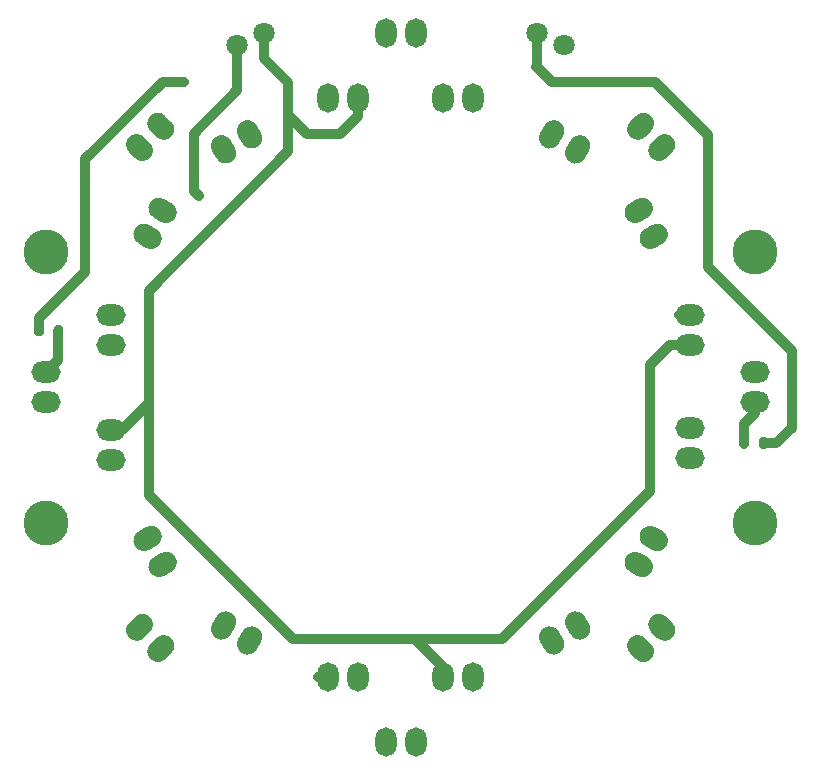
<source format=gbl>
G04 #@! TF.GenerationSoftware,KiCad,Pcbnew,(5.1.9)-1*
G04 #@! TF.CreationDate,2021-10-29T13:55:55-03:00*
G04 #@! TF.ProjectId,RG_Led_ring,52475f4c-6564-45f7-9269-6e672e6b6963,rev?*
G04 #@! TF.SameCoordinates,Original*
G04 #@! TF.FileFunction,Copper,L2,Bot*
G04 #@! TF.FilePolarity,Positive*
%FSLAX46Y46*%
G04 Gerber Fmt 4.6, Leading zero omitted, Abs format (unit mm)*
G04 Created by KiCad (PCBNEW (5.1.9)-1) date 2021-10-29 13:55:55*
%MOMM*%
%LPD*%
G01*
G04 APERTURE LIST*
G04 #@! TA.AperFunction,ComponentPad*
%ADD10O,2.500000X1.800000*%
G04 #@! TD*
G04 #@! TA.AperFunction,ComponentPad*
%ADD11C,1.800000*%
G04 #@! TD*
G04 #@! TA.AperFunction,ComponentPad*
%ADD12O,1.800000X2.500000*%
G04 #@! TD*
G04 #@! TA.AperFunction,ViaPad*
%ADD13C,3.800000*%
G04 #@! TD*
G04 #@! TA.AperFunction,ViaPad*
%ADD14C,0.800000*%
G04 #@! TD*
G04 #@! TA.AperFunction,Conductor*
%ADD15C,0.812800*%
G04 #@! TD*
G04 APERTURE END LIST*
D10*
X125480000Y-93850000D03*
X125480000Y-96390000D03*
G04 #@! TA.AperFunction,SMDPad,CuDef*
G36*
G01*
X180325000Y-104975000D02*
X180325000Y-104425000D01*
G75*
G02*
X180525000Y-104225000I200000J0D01*
G01*
X180925000Y-104225000D01*
G75*
G02*
X181125000Y-104425000I0J-200000D01*
G01*
X181125000Y-104975000D01*
G75*
G02*
X180925000Y-105175000I-200000J0D01*
G01*
X180525000Y-105175000D01*
G75*
G02*
X180325000Y-104975000I0J200000D01*
G01*
G37*
G04 #@! TD.AperFunction*
G04 #@! TA.AperFunction,SMDPad,CuDef*
G36*
G01*
X178675000Y-104975000D02*
X178675000Y-104425000D01*
G75*
G02*
X178875000Y-104225000I200000J0D01*
G01*
X179275000Y-104225000D01*
G75*
G02*
X179475000Y-104425000I0J-200000D01*
G01*
X179475000Y-104975000D01*
G75*
G02*
X179275000Y-105175000I-200000J0D01*
G01*
X178875000Y-105175000D01*
G75*
G02*
X178675000Y-104975000I0J200000D01*
G01*
G37*
G04 #@! TD.AperFunction*
G04 #@! TA.AperFunction,SMDPad,CuDef*
G36*
G01*
X119775000Y-94925000D02*
X119775000Y-95475000D01*
G75*
G02*
X119575000Y-95675000I-200000J0D01*
G01*
X119175000Y-95675000D01*
G75*
G02*
X118975000Y-95475000I0J200000D01*
G01*
X118975000Y-94925000D01*
G75*
G02*
X119175000Y-94725000I200000J0D01*
G01*
X119575000Y-94725000D01*
G75*
G02*
X119775000Y-94925000I0J-200000D01*
G01*
G37*
G04 #@! TD.AperFunction*
G04 #@! TA.AperFunction,SMDPad,CuDef*
G36*
G01*
X121425000Y-94925000D02*
X121425000Y-95475000D01*
G75*
G02*
X121225000Y-95675000I-200000J0D01*
G01*
X120825000Y-95675000D01*
G75*
G02*
X120625000Y-95475000I0J200000D01*
G01*
X120625000Y-94925000D01*
G75*
G02*
X120825000Y-94725000I200000J0D01*
G01*
X121225000Y-94725000D01*
G75*
G02*
X121425000Y-94925000I0J-200000D01*
G01*
G37*
G04 #@! TD.AperFunction*
D11*
X161567115Y-69971727D03*
X163832885Y-71028273D03*
X136167115Y-71028273D03*
X138432885Y-69971727D03*
D10*
X180000000Y-98730000D03*
X180000000Y-101270000D03*
G04 #@! TA.AperFunction,ComponentPad*
G36*
G01*
X171195857Y-78280883D02*
X170700883Y-78775857D01*
G75*
G02*
X169428091Y-78775857I-636396J636396D01*
G01*
X169428091Y-78775857D01*
G75*
G02*
X169428091Y-77503065I636396J636396D01*
G01*
X169923065Y-77008091D01*
G75*
G02*
X171195857Y-77008091I636396J-636396D01*
G01*
X171195857Y-77008091D01*
G75*
G02*
X171195857Y-78280883I-636396J-636396D01*
G01*
G37*
G04 #@! TD.AperFunction*
G04 #@! TA.AperFunction,ComponentPad*
G36*
G01*
X172991909Y-80076935D02*
X172496935Y-80571909D01*
G75*
G02*
X171224143Y-80571909I-636396J636396D01*
G01*
X171224143Y-80571909D01*
G75*
G02*
X171224143Y-79299117I636396J636396D01*
G01*
X171719117Y-78804143D01*
G75*
G02*
X172991909Y-78804143I636396J-636396D01*
G01*
X172991909Y-78804143D01*
G75*
G02*
X172991909Y-80076935I-636396J-636396D01*
G01*
G37*
G04 #@! TD.AperFunction*
D12*
X148730000Y-70000000D03*
X151270000Y-70000000D03*
G04 #@! TA.AperFunction,ComponentPad*
G36*
G01*
X128280883Y-78804143D02*
X128775857Y-79299117D01*
G75*
G02*
X128775857Y-80571909I-636396J-636396D01*
G01*
X128775857Y-80571909D01*
G75*
G02*
X127503065Y-80571909I-636396J636396D01*
G01*
X127008091Y-80076935D01*
G75*
G02*
X127008091Y-78804143I636396J636396D01*
G01*
X127008091Y-78804143D01*
G75*
G02*
X128280883Y-78804143I636396J-636396D01*
G01*
G37*
G04 #@! TD.AperFunction*
G04 #@! TA.AperFunction,ComponentPad*
G36*
G01*
X130076935Y-77008091D02*
X130571909Y-77503065D01*
G75*
G02*
X130571909Y-78775857I-636396J-636396D01*
G01*
X130571909Y-78775857D01*
G75*
G02*
X129299117Y-78775857I-636396J636396D01*
G01*
X128804143Y-78280883D01*
G75*
G02*
X128804143Y-77008091I636396J636396D01*
G01*
X128804143Y-77008091D01*
G75*
G02*
X130076935Y-77008091I636396J-636396D01*
G01*
G37*
G04 #@! TD.AperFunction*
D10*
X120000000Y-101270000D03*
X120000000Y-98730000D03*
G04 #@! TA.AperFunction,ComponentPad*
G36*
G01*
X128804143Y-121719117D02*
X129299117Y-121224143D01*
G75*
G02*
X130571909Y-121224143I636396J-636396D01*
G01*
X130571909Y-121224143D01*
G75*
G02*
X130571909Y-122496935I-636396J-636396D01*
G01*
X130076935Y-122991909D01*
G75*
G02*
X128804143Y-122991909I-636396J636396D01*
G01*
X128804143Y-122991909D01*
G75*
G02*
X128804143Y-121719117I636396J636396D01*
G01*
G37*
G04 #@! TD.AperFunction*
G04 #@! TA.AperFunction,ComponentPad*
G36*
G01*
X127008091Y-119923065D02*
X127503065Y-119428091D01*
G75*
G02*
X128775857Y-119428091I636396J-636396D01*
G01*
X128775857Y-119428091D01*
G75*
G02*
X128775857Y-120700883I-636396J-636396D01*
G01*
X128280883Y-121195857D01*
G75*
G02*
X127008091Y-121195857I-636396J636396D01*
G01*
X127008091Y-121195857D01*
G75*
G02*
X127008091Y-119923065I636396J636396D01*
G01*
G37*
G04 #@! TD.AperFunction*
D12*
X151270000Y-130000000D03*
X148730000Y-130000000D03*
G04 #@! TA.AperFunction,ComponentPad*
G36*
G01*
X171719117Y-121195857D02*
X171224143Y-120700883D01*
G75*
G02*
X171224143Y-119428091I636396J636396D01*
G01*
X171224143Y-119428091D01*
G75*
G02*
X172496935Y-119428091I636396J-636396D01*
G01*
X172991909Y-119923065D01*
G75*
G02*
X172991909Y-121195857I-636396J-636396D01*
G01*
X172991909Y-121195857D01*
G75*
G02*
X171719117Y-121195857I-636396J636396D01*
G01*
G37*
G04 #@! TD.AperFunction*
G04 #@! TA.AperFunction,ComponentPad*
G36*
G01*
X169923065Y-122991909D02*
X169428091Y-122496935D01*
G75*
G02*
X169428091Y-121224143I636396J636396D01*
G01*
X169428091Y-121224143D01*
G75*
G02*
X170700883Y-121224143I636396J-636396D01*
G01*
X171195857Y-121719117D01*
G75*
G02*
X171195857Y-122991909I-636396J-636396D01*
G01*
X171195857Y-122991909D01*
G75*
G02*
X169923065Y-122991909I-636396J636396D01*
G01*
G37*
G04 #@! TD.AperFunction*
D10*
X174520000Y-105990000D03*
X174520000Y-103450000D03*
G04 #@! TA.AperFunction,ComponentPad*
G36*
G01*
X170301891Y-114035429D02*
X170908109Y-114385429D01*
G75*
G02*
X171237532Y-115614852I-450000J-779423D01*
G01*
X171237532Y-115614852D01*
G75*
G02*
X170008109Y-115944275I-779423J450000D01*
G01*
X169401891Y-115594275D01*
G75*
G02*
X169072468Y-114364852I450000J779423D01*
G01*
X169072468Y-114364852D01*
G75*
G02*
X170301891Y-114035429I779423J-450000D01*
G01*
G37*
G04 #@! TD.AperFunction*
G04 #@! TA.AperFunction,ComponentPad*
G36*
G01*
X171571891Y-111835725D02*
X172178109Y-112185725D01*
G75*
G02*
X172507532Y-113415148I-450000J-779423D01*
G01*
X172507532Y-113415148D01*
G75*
G02*
X171278109Y-113744571I-779423J450000D01*
G01*
X170671891Y-113394571D01*
G75*
G02*
X170342468Y-112165148I450000J779423D01*
G01*
X170342468Y-112165148D01*
G75*
G02*
X171571891Y-111835725I779423J-450000D01*
G01*
G37*
G04 #@! TD.AperFunction*
G04 #@! TA.AperFunction,ComponentPad*
G36*
G01*
X163394571Y-120671891D02*
X163744571Y-121278109D01*
G75*
G02*
X163415148Y-122507532I-779423J-450000D01*
G01*
X163415148Y-122507532D01*
G75*
G02*
X162185725Y-122178109I-450000J779423D01*
G01*
X161835725Y-121571891D01*
G75*
G02*
X162165148Y-120342468I779423J450000D01*
G01*
X162165148Y-120342468D01*
G75*
G02*
X163394571Y-120671891I450000J-779423D01*
G01*
G37*
G04 #@! TD.AperFunction*
G04 #@! TA.AperFunction,ComponentPad*
G36*
G01*
X165594275Y-119401891D02*
X165944275Y-120008109D01*
G75*
G02*
X165614852Y-121237532I-779423J-450000D01*
G01*
X165614852Y-121237532D01*
G75*
G02*
X164385429Y-120908109I-450000J779423D01*
G01*
X164035429Y-120301891D01*
G75*
G02*
X164364852Y-119072468I779423J450000D01*
G01*
X164364852Y-119072468D01*
G75*
G02*
X165594275Y-119401891I450000J-779423D01*
G01*
G37*
G04 #@! TD.AperFunction*
D12*
X153610000Y-124520000D03*
X156150000Y-124520000D03*
X143850000Y-124520000D03*
X146390000Y-124520000D03*
G04 #@! TA.AperFunction,ComponentPad*
G36*
G01*
X135964571Y-120301891D02*
X135614571Y-120908109D01*
G75*
G02*
X134385148Y-121237532I-779423J450000D01*
G01*
X134385148Y-121237532D01*
G75*
G02*
X134055725Y-120008109I450000J779423D01*
G01*
X134405725Y-119401891D01*
G75*
G02*
X135635148Y-119072468I779423J-450000D01*
G01*
X135635148Y-119072468D01*
G75*
G02*
X135964571Y-120301891I-450000J-779423D01*
G01*
G37*
G04 #@! TD.AperFunction*
G04 #@! TA.AperFunction,ComponentPad*
G36*
G01*
X138164275Y-121571891D02*
X137814275Y-122178109D01*
G75*
G02*
X136584852Y-122507532I-779423J450000D01*
G01*
X136584852Y-122507532D01*
G75*
G02*
X136255429Y-121278109I450000J779423D01*
G01*
X136605429Y-120671891D01*
G75*
G02*
X137834852Y-120342468I779423J-450000D01*
G01*
X137834852Y-120342468D01*
G75*
G02*
X138164275Y-121571891I-450000J-779423D01*
G01*
G37*
G04 #@! TD.AperFunction*
G04 #@! TA.AperFunction,ComponentPad*
G36*
G01*
X129328109Y-113394571D02*
X128721891Y-113744571D01*
G75*
G02*
X127492468Y-113415148I-450000J779423D01*
G01*
X127492468Y-113415148D01*
G75*
G02*
X127821891Y-112185725I779423J450000D01*
G01*
X128428109Y-111835725D01*
G75*
G02*
X129657532Y-112165148I450000J-779423D01*
G01*
X129657532Y-112165148D01*
G75*
G02*
X129328109Y-113394571I-779423J-450000D01*
G01*
G37*
G04 #@! TD.AperFunction*
G04 #@! TA.AperFunction,ComponentPad*
G36*
G01*
X130598109Y-115594275D02*
X129991891Y-115944275D01*
G75*
G02*
X128762468Y-115614852I-450000J779423D01*
G01*
X128762468Y-115614852D01*
G75*
G02*
X129091891Y-114385429I779423J450000D01*
G01*
X129698109Y-114035429D01*
G75*
G02*
X130927532Y-114364852I450000J-779423D01*
G01*
X130927532Y-114364852D01*
G75*
G02*
X130598109Y-115594275I-779423J-450000D01*
G01*
G37*
G04 #@! TD.AperFunction*
D10*
X125480000Y-103610000D03*
X125480000Y-106150000D03*
G04 #@! TA.AperFunction,ComponentPad*
G36*
G01*
X129698109Y-85964571D02*
X129091891Y-85614571D01*
G75*
G02*
X128762468Y-84385148I450000J779423D01*
G01*
X128762468Y-84385148D01*
G75*
G02*
X129991891Y-84055725I779423J-450000D01*
G01*
X130598109Y-84405725D01*
G75*
G02*
X130927532Y-85635148I-450000J-779423D01*
G01*
X130927532Y-85635148D01*
G75*
G02*
X129698109Y-85964571I-779423J450000D01*
G01*
G37*
G04 #@! TD.AperFunction*
G04 #@! TA.AperFunction,ComponentPad*
G36*
G01*
X128428109Y-88164275D02*
X127821891Y-87814275D01*
G75*
G02*
X127492468Y-86584852I450000J779423D01*
G01*
X127492468Y-86584852D01*
G75*
G02*
X128721891Y-86255429I779423J-450000D01*
G01*
X129328109Y-86605429D01*
G75*
G02*
X129657532Y-87834852I-450000J-779423D01*
G01*
X129657532Y-87834852D01*
G75*
G02*
X128428109Y-88164275I-779423J450000D01*
G01*
G37*
G04 #@! TD.AperFunction*
G04 #@! TA.AperFunction,ComponentPad*
G36*
G01*
X136605429Y-79328109D02*
X136255429Y-78721891D01*
G75*
G02*
X136584852Y-77492468I779423J450000D01*
G01*
X136584852Y-77492468D01*
G75*
G02*
X137814275Y-77821891I450000J-779423D01*
G01*
X138164275Y-78428109D01*
G75*
G02*
X137834852Y-79657532I-779423J-450000D01*
G01*
X137834852Y-79657532D01*
G75*
G02*
X136605429Y-79328109I-450000J779423D01*
G01*
G37*
G04 #@! TD.AperFunction*
G04 #@! TA.AperFunction,ComponentPad*
G36*
G01*
X134405725Y-80598109D02*
X134055725Y-79991891D01*
G75*
G02*
X134385148Y-78762468I779423J450000D01*
G01*
X134385148Y-78762468D01*
G75*
G02*
X135614571Y-79091891I450000J-779423D01*
G01*
X135964571Y-79698109D01*
G75*
G02*
X135635148Y-80927532I-779423J-450000D01*
G01*
X135635148Y-80927532D01*
G75*
G02*
X134405725Y-80598109I-450000J779423D01*
G01*
G37*
G04 #@! TD.AperFunction*
D12*
X146390000Y-75480000D03*
X143850000Y-75480000D03*
X156150000Y-75480000D03*
X153610000Y-75480000D03*
G04 #@! TA.AperFunction,ComponentPad*
G36*
G01*
X164035429Y-79698109D02*
X164385429Y-79091891D01*
G75*
G02*
X165614852Y-78762468I779423J-450000D01*
G01*
X165614852Y-78762468D01*
G75*
G02*
X165944275Y-79991891I-450000J-779423D01*
G01*
X165594275Y-80598109D01*
G75*
G02*
X164364852Y-80927532I-779423J450000D01*
G01*
X164364852Y-80927532D01*
G75*
G02*
X164035429Y-79698109I450000J779423D01*
G01*
G37*
G04 #@! TD.AperFunction*
G04 #@! TA.AperFunction,ComponentPad*
G36*
G01*
X161835725Y-78428109D02*
X162185725Y-77821891D01*
G75*
G02*
X163415148Y-77492468I779423J-450000D01*
G01*
X163415148Y-77492468D01*
G75*
G02*
X163744571Y-78721891I-450000J-779423D01*
G01*
X163394571Y-79328109D01*
G75*
G02*
X162165148Y-79657532I-779423J450000D01*
G01*
X162165148Y-79657532D01*
G75*
G02*
X161835725Y-78428109I450000J779423D01*
G01*
G37*
G04 #@! TD.AperFunction*
G04 #@! TA.AperFunction,ComponentPad*
G36*
G01*
X170671891Y-86605429D02*
X171278109Y-86255429D01*
G75*
G02*
X172507532Y-86584852I450000J-779423D01*
G01*
X172507532Y-86584852D01*
G75*
G02*
X172178109Y-87814275I-779423J-450000D01*
G01*
X171571891Y-88164275D01*
G75*
G02*
X170342468Y-87834852I-450000J779423D01*
G01*
X170342468Y-87834852D01*
G75*
G02*
X170671891Y-86605429I779423J450000D01*
G01*
G37*
G04 #@! TD.AperFunction*
G04 #@! TA.AperFunction,ComponentPad*
G36*
G01*
X169401891Y-84405725D02*
X170008109Y-84055725D01*
G75*
G02*
X171237532Y-84385148I450000J-779423D01*
G01*
X171237532Y-84385148D01*
G75*
G02*
X170908109Y-85614571I-779423J-450000D01*
G01*
X170301891Y-85964571D01*
G75*
G02*
X169072468Y-85635148I-450000J779423D01*
G01*
X169072468Y-85635148D01*
G75*
G02*
X169401891Y-84405725I779423J450000D01*
G01*
G37*
G04 #@! TD.AperFunction*
D10*
X174520000Y-96390000D03*
X174520000Y-93850000D03*
D13*
X120000000Y-88500000D03*
X180000000Y-88500000D03*
X180000000Y-111500000D03*
X120000000Y-111500000D03*
D14*
X132900000Y-83800000D03*
X131700000Y-74100000D03*
D15*
X174520000Y-93850000D02*
X173550000Y-93850000D01*
X125480000Y-106150000D02*
X125850000Y-106150000D01*
X121025000Y-97705000D02*
X120000000Y-98730000D01*
X121025000Y-95200000D02*
X121025000Y-97705000D01*
X138432885Y-69971727D02*
X138432885Y-72132885D01*
X128700000Y-91800000D02*
X140500000Y-80000000D01*
X138432885Y-72132885D02*
X140500000Y-74200000D01*
X128700000Y-103300000D02*
X128700000Y-102700000D01*
X128700000Y-109100000D02*
X140900000Y-121300000D01*
X128700000Y-102700000D02*
X128700000Y-109100000D01*
X140500000Y-76900000D02*
X140500000Y-74200000D01*
X140500000Y-80000000D02*
X140500000Y-76900000D01*
X146390000Y-75480000D02*
X146390000Y-77010000D01*
X146390000Y-77010000D02*
X144900000Y-78500000D01*
X142100000Y-78500000D02*
X140500000Y-76900000D01*
X144900000Y-78500000D02*
X142100000Y-78500000D01*
X126390000Y-103610000D02*
X128700000Y-101300000D01*
X125480000Y-103610000D02*
X126390000Y-103610000D01*
X128700000Y-101300000D02*
X128700000Y-91800000D01*
X128700000Y-102700000D02*
X128700000Y-101300000D01*
X153610000Y-123710000D02*
X151200000Y-121300000D01*
X153610000Y-124520000D02*
X153610000Y-123710000D01*
X140900000Y-121300000D02*
X151200000Y-121300000D01*
X158600000Y-121300000D02*
X151200000Y-121300000D01*
X171100000Y-98100000D02*
X171100000Y-108800000D01*
X172810000Y-96390000D02*
X171100000Y-98100000D01*
X171100000Y-108800000D02*
X158600000Y-121300000D01*
X174520000Y-96390000D02*
X172810000Y-96390000D01*
X143850000Y-124520000D02*
X142980000Y-124520000D01*
X180000000Y-101270000D02*
X180000000Y-102200000D01*
X179075000Y-103125000D02*
X179075000Y-104700000D01*
X180000000Y-102200000D02*
X179075000Y-103125000D01*
X136167115Y-71028273D02*
X136167115Y-72567115D01*
X136167115Y-72567115D02*
X136167115Y-74832885D01*
X136167115Y-74832885D02*
X132500000Y-78500000D01*
X132500000Y-83400000D02*
X132900000Y-83800000D01*
X132500000Y-78500000D02*
X132500000Y-83400000D01*
X180725000Y-104700000D02*
X181800000Y-104700000D01*
X181800000Y-104700000D02*
X183100000Y-103400000D01*
X183100000Y-103400000D02*
X183100000Y-96900000D01*
X183100000Y-96900000D02*
X176000000Y-89800000D01*
X176000000Y-89800000D02*
X176000000Y-78600000D01*
X176000000Y-78600000D02*
X171500000Y-74100000D01*
X171500000Y-74100000D02*
X162800000Y-74100000D01*
X161567115Y-72867115D02*
X161567115Y-69971727D01*
X162800000Y-74100000D02*
X161567115Y-72867115D01*
X161567115Y-72867115D02*
X161467115Y-72867115D01*
X123300000Y-88300000D02*
X123300000Y-89800000D01*
X123300000Y-90200000D02*
X123300000Y-88300000D01*
X119375000Y-94125000D02*
X123300000Y-90200000D01*
X119375000Y-95200000D02*
X119375000Y-94125000D01*
X123300000Y-80700000D02*
X123300000Y-88300000D01*
X129900000Y-74100000D02*
X129700000Y-74300000D01*
X131700000Y-74100000D02*
X129900000Y-74100000D01*
X129700000Y-74300000D02*
X123300000Y-80700000D01*
M02*

</source>
